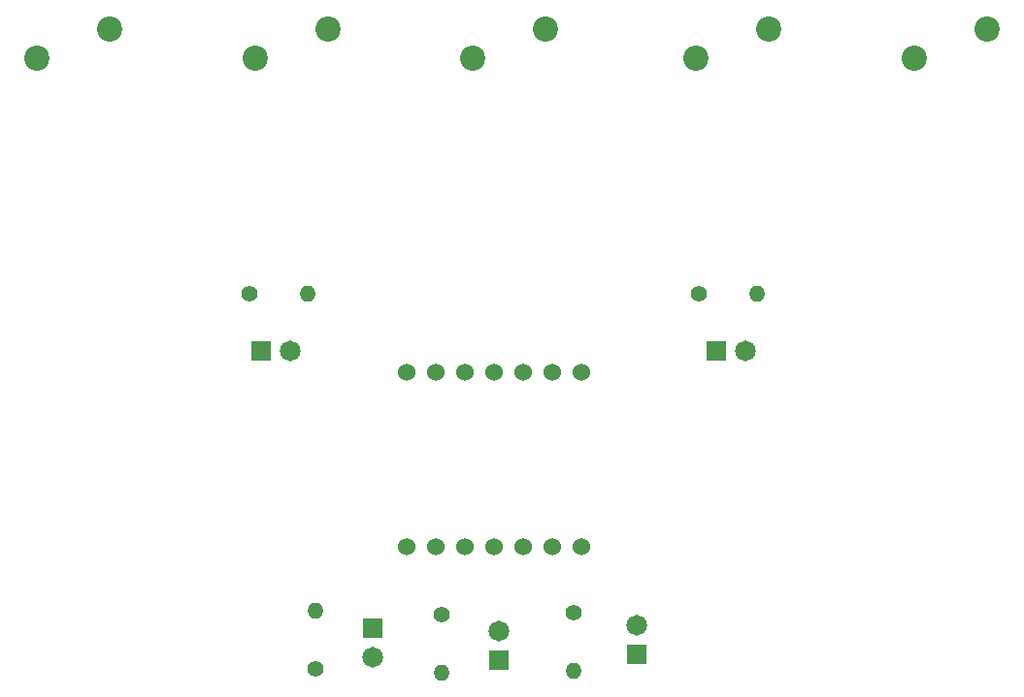
<source format=gbr>
%TF.GenerationSoftware,KiCad,Pcbnew,8.0.1*%
%TF.CreationDate,2025-07-05T17:57:54-03:00*%
%TF.ProjectId,camera,63616d65-7261-42e6-9b69-6361645f7063,rev?*%
%TF.SameCoordinates,Original*%
%TF.FileFunction,Copper,L2,Bot*%
%TF.FilePolarity,Positive*%
%FSLAX46Y46*%
G04 Gerber Fmt 4.6, Leading zero omitted, Abs format (unit mm)*
G04 Created by KiCad (PCBNEW 8.0.1) date 2025-07-05 17:57:54*
%MOMM*%
%LPD*%
G01*
G04 APERTURE LIST*
%TA.AperFunction,ComponentPad*%
%ADD10C,1.524000*%
%TD*%
%TA.AperFunction,ComponentPad*%
%ADD11C,2.200000*%
%TD*%
%TA.AperFunction,ComponentPad*%
%ADD12C,1.400000*%
%TD*%
%TA.AperFunction,ComponentPad*%
%ADD13O,1.400000X1.400000*%
%TD*%
%TA.AperFunction,ComponentPad*%
%ADD14C,1.815000*%
%TD*%
%TA.AperFunction,ComponentPad*%
%ADD15R,1.815000X1.815000*%
%TD*%
G04 APERTURE END LIST*
D10*
%TO.P,U1,1,GPIO26/ADC0/A0*%
%TO.N,button0*%
X152677000Y-105822000D03*
%TO.P,U1,2,GPIO27/ADC1/A1*%
%TO.N,button1*%
X150137000Y-105822000D03*
%TO.P,U1,3,GPIO28/ADC2/A2*%
%TO.N,button2*%
X147597000Y-105822000D03*
%TO.P,U1,4,GPIO29/ADC3/A3*%
%TO.N,button3*%
X145057000Y-105822000D03*
%TO.P,U1,5,GPIO6/SDA*%
%TO.N,button4*%
X142517000Y-105822000D03*
%TO.P,U1,6,GPIO7/SCL*%
%TO.N,led0*%
X139977000Y-105822000D03*
%TO.P,U1,7,GPIO0/TX*%
%TO.N,led1*%
X137437000Y-105822000D03*
%TO.P,U1,8,GPIO1/RX*%
%TO.N,led2*%
X137437000Y-121062000D03*
%TO.P,U1,9,GPIO2/SCK*%
%TO.N,led3*%
X139977000Y-121062000D03*
%TO.P,U1,10,GPIO4/MISO*%
%TO.N,led4*%
X142517000Y-121062000D03*
%TO.P,U1,11,GPIO3/MOSI*%
%TO.N,unconnected-(U1-GPIO3{slash}MOSI-Pad11)*%
X145057000Y-121062000D03*
%TO.P,U1,12,3V3*%
%TO.N,unconnected-(U1-3V3-Pad12)*%
X147597000Y-121062000D03*
%TO.P,U1,13,GND*%
%TO.N,GND*%
X150137000Y-121062000D03*
%TO.P,U1,14,VBUS*%
%TO.N,unconnected-(U1-VBUS-Pad14)*%
X152677000Y-121062000D03*
%TD*%
D11*
%TO.P,SW5,1,1*%
%TO.N,button0*%
X111552000Y-75902000D03*
%TO.P,SW5,2,2*%
%TO.N,GND*%
X105202000Y-78442000D03*
%TD*%
%TO.P,SW4,1,1*%
%TO.N,button4*%
X130552000Y-75902000D03*
%TO.P,SW4,2,2*%
%TO.N,GND*%
X124202000Y-78442000D03*
%TD*%
%TO.P,SW3,1,1*%
%TO.N,button3*%
X149552000Y-75902000D03*
%TO.P,SW3,2,2*%
%TO.N,unconnected-(SW3-Pad2)*%
X143202000Y-78442000D03*
%TD*%
%TO.P,SW2,1,1*%
%TO.N,button2*%
X169052000Y-75902000D03*
%TO.P,SW2,2,2*%
%TO.N,GND*%
X162702000Y-78442000D03*
%TD*%
%TO.P,SW1,2,2*%
%TO.N,GND*%
X181702000Y-78442000D03*
%TO.P,SW1,1,1*%
%TO.N,button1*%
X188052000Y-75902000D03*
%TD*%
D12*
%TO.P,R5,1*%
%TO.N,Net-(D5-PadA)*%
X152012000Y-126862000D03*
D13*
%TO.P,R5,2*%
%TO.N,led4*%
X152012000Y-131942000D03*
%TD*%
%TO.P,R4,2*%
%TO.N,led3*%
X140512000Y-132062000D03*
D12*
%TO.P,R4,1*%
%TO.N,Net-(D4-PadA)*%
X140512000Y-126982000D03*
%TD*%
D13*
%TO.P,R3,2*%
%TO.N,led2*%
X129512000Y-126712000D03*
D12*
%TO.P,R3,1*%
%TO.N,Net-(D3-PadA)*%
X129512000Y-131792000D03*
%TD*%
D13*
%TO.P,R2,2*%
%TO.N,led1*%
X168012000Y-98982000D03*
D12*
%TO.P,R2,1*%
%TO.N,Net-(D2-PadA)*%
X162932000Y-98982000D03*
%TD*%
%TO.P,R1,1*%
%TO.N,Net-(D1-PadA)*%
X123742000Y-98982000D03*
D13*
%TO.P,R1,2*%
%TO.N,led0*%
X128822000Y-98982000D03*
%TD*%
D14*
%TO.P,D5,A*%
%TO.N,Net-(D5-PadA)*%
X157512000Y-127942000D03*
D15*
%TO.P,D5,C*%
%TO.N,GND*%
X157512000Y-130482000D03*
%TD*%
D14*
%TO.P,D4,A*%
%TO.N,Net-(D4-PadA)*%
X145512000Y-128442000D03*
D15*
%TO.P,D4,C*%
%TO.N,GND*%
X145512000Y-130982000D03*
%TD*%
%TO.P,D3,C*%
%TO.N,GND*%
X134512000Y-128172000D03*
D14*
%TO.P,D3,A*%
%TO.N,Net-(D3-PadA)*%
X134512000Y-130712000D03*
%TD*%
%TO.P,D2,A*%
%TO.N,Net-(D2-PadA)*%
X167012000Y-103982000D03*
D15*
%TO.P,D2,C*%
%TO.N,GND*%
X164472000Y-103982000D03*
%TD*%
%TO.P,D1,C*%
%TO.N,GND*%
X124742000Y-103982000D03*
D14*
%TO.P,D1,A*%
%TO.N,Net-(D1-PadA)*%
X127282000Y-103982000D03*
%TD*%
M02*

</source>
